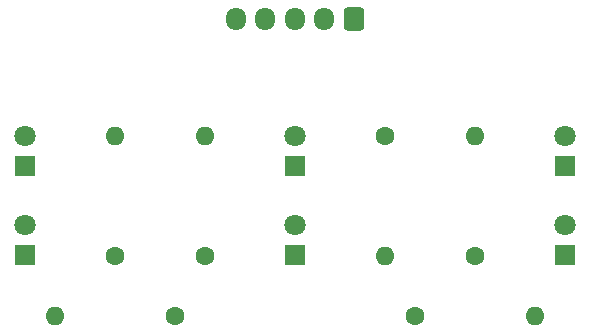
<source format=gts>
%TF.GenerationSoftware,KiCad,Pcbnew,(6.0.11)*%
%TF.CreationDate,2023-04-21T23:53:04+09:00*%
%TF.ProjectId,line_board,6c696e65-5f62-46f6-9172-642e6b696361,rev?*%
%TF.SameCoordinates,Original*%
%TF.FileFunction,Soldermask,Top*%
%TF.FilePolarity,Negative*%
%FSLAX46Y46*%
G04 Gerber Fmt 4.6, Leading zero omitted, Abs format (unit mm)*
G04 Created by KiCad (PCBNEW (6.0.11)) date 2023-04-21 23:53:04*
%MOMM*%
%LPD*%
G01*
G04 APERTURE LIST*
G04 Aperture macros list*
%AMRoundRect*
0 Rectangle with rounded corners*
0 $1 Rounding radius*
0 $2 $3 $4 $5 $6 $7 $8 $9 X,Y pos of 4 corners*
0 Add a 4 corners polygon primitive as box body*
4,1,4,$2,$3,$4,$5,$6,$7,$8,$9,$2,$3,0*
0 Add four circle primitives for the rounded corners*
1,1,$1+$1,$2,$3*
1,1,$1+$1,$4,$5*
1,1,$1+$1,$6,$7*
1,1,$1+$1,$8,$9*
0 Add four rect primitives between the rounded corners*
20,1,$1+$1,$2,$3,$4,$5,0*
20,1,$1+$1,$4,$5,$6,$7,0*
20,1,$1+$1,$6,$7,$8,$9,0*
20,1,$1+$1,$8,$9,$2,$3,0*%
G04 Aperture macros list end*
%ADD10RoundRect,0.250000X0.600000X0.725000X-0.600000X0.725000X-0.600000X-0.725000X0.600000X-0.725000X0*%
%ADD11O,1.700000X1.950000*%
%ADD12R,1.800000X1.800000*%
%ADD13C,1.800000*%
%ADD14C,1.600000*%
%ADD15O,1.600000X1.600000*%
G04 APERTURE END LIST*
D10*
%TO.C,J1*%
X177960000Y-82620000D03*
D11*
X175460000Y-82620000D03*
X172960000Y-82620000D03*
X170460000Y-82620000D03*
X167960000Y-82620000D03*
%TD*%
D12*
%TO.C,D3*%
X150100000Y-102560000D03*
D13*
X150100000Y-100020000D03*
%TD*%
D14*
%TO.C,R3*%
X157720000Y-102620000D03*
D15*
X157720000Y-92460000D03*
%TD*%
D12*
%TO.C,D1*%
X195820000Y-102560000D03*
D13*
X195820000Y-100020000D03*
%TD*%
%TO.C,Q3*%
X150100000Y-92460000D03*
D12*
X150100000Y-95000000D03*
%TD*%
D15*
%TO.C,R6*%
X152640000Y-107700000D03*
D14*
X162800000Y-107700000D03*
%TD*%
%TO.C,R4*%
X183120000Y-107700000D03*
D15*
X193280000Y-107700000D03*
%TD*%
D12*
%TO.C,D2*%
X172960000Y-102560000D03*
D13*
X172960000Y-100020000D03*
%TD*%
D14*
%TO.C,R1*%
X188200000Y-102620000D03*
D15*
X188200000Y-92460000D03*
%TD*%
D14*
%TO.C,R2*%
X165340000Y-102620000D03*
D15*
X165340000Y-92460000D03*
%TD*%
D12*
%TO.C,Q1*%
X195820000Y-95000000D03*
D13*
X195820000Y-92460000D03*
%TD*%
D14*
%TO.C,R5*%
X180580000Y-92460000D03*
D15*
X180580000Y-102620000D03*
%TD*%
D13*
%TO.C,Q2*%
X172960000Y-92460000D03*
D12*
X172960000Y-95000000D03*
%TD*%
M02*

</source>
